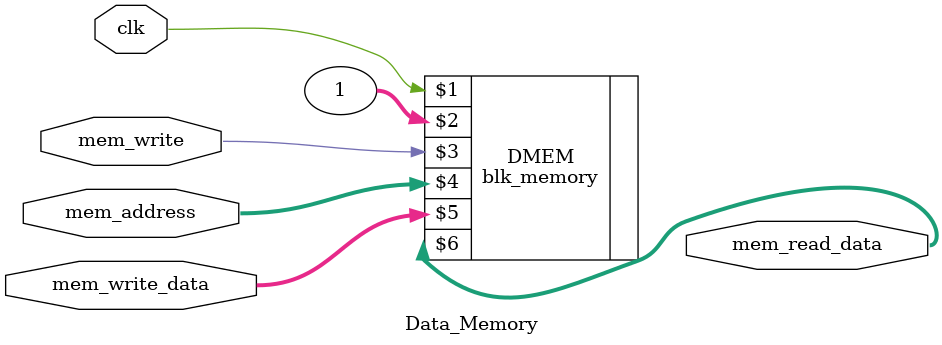
<source format=v>
`timescale 1ns / 1ps
module Data_Memory
(clk,
mem_address, mem_write_data, mem_read_data,mem_write);
//    input reset;
    input clk;
    input [31:0]mem_address;
    input [31:0] mem_write_data;
    output [31:0] mem_read_data;
    input  mem_write;
   // input mem_read ;
   
   blk_memory DMEM
  (
    clk,
    1, 
    mem_write,
    mem_address,
    mem_write_data,
    mem_read_data 
   );
   
    
   // reg [31:0] mem_data [31:0];
    
//    always @(posedge reset)
//    begin
     
//         mem_data[0] = 32'h0;
//         mem_data[1] = 32'h1;
//         mem_data[2] = 32'h2;
//         mem_data[3] = 32'h3;
//         mem_data[4] = 32'h4;
//         mem_data[5] = 32'h5;
//         mem_data[6] = 32'h6;
//         mem_data[7] = 32'h7;
//         mem_data[8] = 32'h8;
//         mem_data[9] = 32'h9;
//         mem_data[10] = 32'h10;
//         mem_data[11] = 32'h11;
//         mem_data[12] = 32'h12;
//         mem_data[13] = 32'h13;
//         mem_data[14] = 32'h14;
//         mem_data[15] = 32'h15;
//         mem_data[16] = 32'h16;
//         mem_data[17] = 32'h17;
//         mem_data[18] = 32'h18;
//         mem_data[19] = 32'h19;
//         mem_data[20] = 32'h20;
//         mem_data[21] = 32'h21;
//         mem_data[22] = 32'h22;
//         mem_data[23] = 32'h23;
//         mem_data[24] = 32'h24;
//         mem_data[25] = 32'h25;
//		 mem_data[26] = 32'h26;
//         mem_data[27] = 32'h27;
//         mem_data[28] = 32'h28;
//         mem_data[29] = 32'h29;
//         mem_data[30] = 32'h30;
//         mem_data[31] = 32'h31;
//         end

//    always @(negedge clk)
//    begin
//    if(mem_write==1'b1)
//     mem_data[mem_address] <= mem_write_data ;
//    end
     
//  always@(mem_address or !mem_write)
//    begin      
//        mem_read_data=mem_data[mem_address];
//      end
endmodule

</source>
